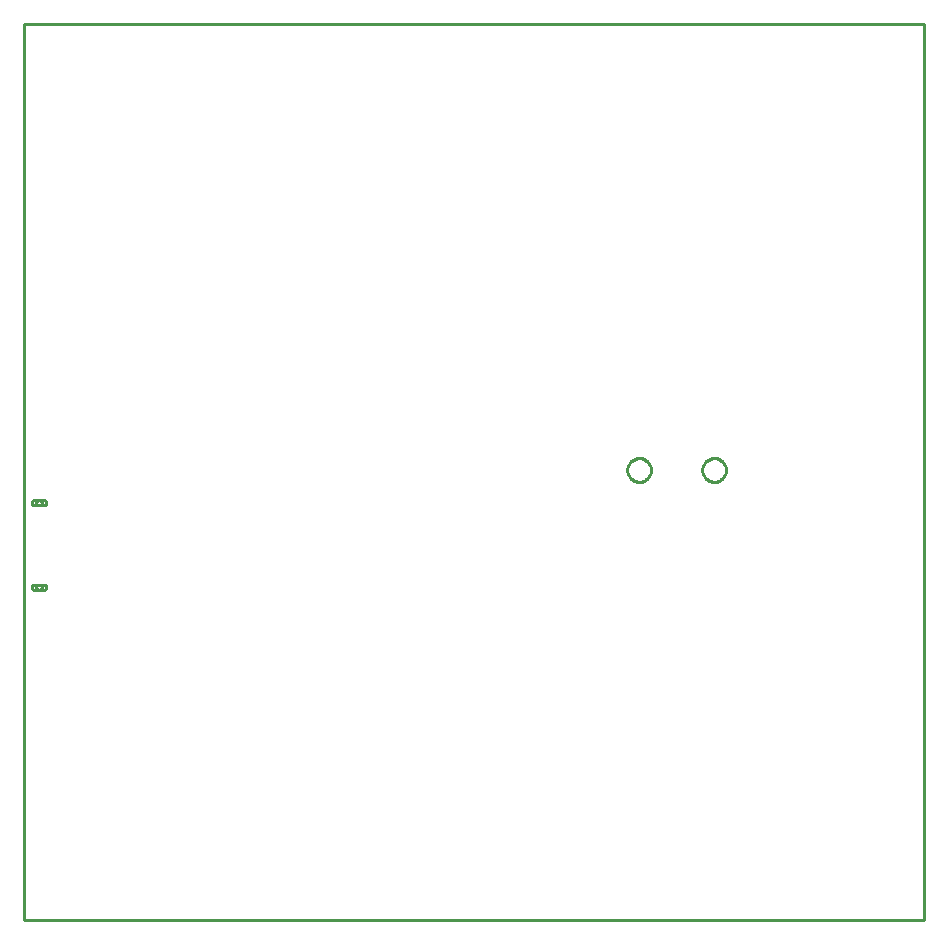
<source format=gbr>
G04 EAGLE Gerber RS-274X export*
G75*
%MOMM*%
%FSLAX34Y34*%
%LPD*%
%IN*%
%IPPOS*%
%AMOC8*
5,1,8,0,0,1.08239X$1,22.5*%
G01*
%ADD10C,0.254000*%


D10*
X0Y0D02*
X761800Y0D01*
X761800Y758700D01*
X0Y758700D01*
X0Y0D01*
X6450Y281750D02*
X6459Y281554D01*
X6484Y281359D01*
X6527Y281168D01*
X6586Y280980D01*
X6661Y280799D01*
X6751Y280625D01*
X6857Y280459D01*
X6976Y280304D01*
X7109Y280159D01*
X7254Y280026D01*
X7409Y279907D01*
X7575Y279801D01*
X7749Y279711D01*
X7930Y279636D01*
X8118Y279577D01*
X8309Y279534D01*
X8504Y279509D01*
X8700Y279500D01*
X16700Y279500D01*
X16896Y279509D01*
X17091Y279534D01*
X17282Y279577D01*
X17470Y279636D01*
X17651Y279711D01*
X17825Y279801D01*
X17991Y279907D01*
X18146Y280026D01*
X18291Y280159D01*
X18424Y280304D01*
X18543Y280459D01*
X18649Y280625D01*
X18739Y280799D01*
X18814Y280980D01*
X18873Y281168D01*
X18916Y281359D01*
X18941Y281554D01*
X18950Y281750D01*
X18941Y281946D01*
X18916Y282141D01*
X18873Y282332D01*
X18814Y282520D01*
X18739Y282701D01*
X18649Y282875D01*
X18543Y283041D01*
X18424Y283196D01*
X18291Y283341D01*
X18146Y283474D01*
X17991Y283593D01*
X17825Y283699D01*
X17651Y283789D01*
X17470Y283864D01*
X17282Y283923D01*
X17091Y283966D01*
X16896Y283991D01*
X16700Y284000D01*
X8700Y284000D01*
X8504Y283991D01*
X8309Y283966D01*
X8118Y283923D01*
X7930Y283864D01*
X7749Y283789D01*
X7575Y283699D01*
X7409Y283593D01*
X7254Y283474D01*
X7109Y283341D01*
X6976Y283196D01*
X6857Y283041D01*
X6751Y282875D01*
X6661Y282701D01*
X6586Y282520D01*
X6527Y282332D01*
X6484Y282141D01*
X6459Y281946D01*
X6450Y281750D01*
X6450Y353250D02*
X6459Y353054D01*
X6484Y352859D01*
X6527Y352668D01*
X6586Y352480D01*
X6661Y352299D01*
X6751Y352125D01*
X6857Y351959D01*
X6976Y351804D01*
X7109Y351659D01*
X7254Y351526D01*
X7409Y351407D01*
X7575Y351301D01*
X7749Y351211D01*
X7930Y351136D01*
X8118Y351077D01*
X8309Y351034D01*
X8504Y351009D01*
X8700Y351000D01*
X16700Y351000D01*
X16896Y351009D01*
X17091Y351034D01*
X17282Y351077D01*
X17470Y351136D01*
X17651Y351211D01*
X17825Y351301D01*
X17991Y351407D01*
X18146Y351526D01*
X18291Y351659D01*
X18424Y351804D01*
X18543Y351959D01*
X18649Y352125D01*
X18739Y352299D01*
X18814Y352480D01*
X18873Y352668D01*
X18916Y352859D01*
X18941Y353054D01*
X18950Y353250D01*
X18941Y353446D01*
X18916Y353641D01*
X18873Y353832D01*
X18814Y354020D01*
X18739Y354201D01*
X18649Y354375D01*
X18543Y354541D01*
X18424Y354696D01*
X18291Y354841D01*
X18146Y354974D01*
X17991Y355093D01*
X17825Y355199D01*
X17651Y355289D01*
X17470Y355364D01*
X17282Y355423D01*
X17091Y355466D01*
X16896Y355491D01*
X16700Y355500D01*
X8700Y355500D01*
X8504Y355491D01*
X8309Y355466D01*
X8118Y355423D01*
X7930Y355364D01*
X7749Y355289D01*
X7575Y355199D01*
X7409Y355093D01*
X7254Y354974D01*
X7109Y354841D01*
X6976Y354696D01*
X6857Y354541D01*
X6751Y354375D01*
X6661Y354201D01*
X6586Y354020D01*
X6527Y353832D01*
X6484Y353641D01*
X6459Y353446D01*
X6450Y353250D01*
X521137Y391000D02*
X522007Y390924D01*
X522866Y390772D01*
X523710Y390546D01*
X524530Y390248D01*
X525322Y389879D01*
X526078Y389442D01*
X526793Y388941D01*
X527462Y388380D01*
X528080Y387762D01*
X528641Y387093D01*
X529142Y386378D01*
X529579Y385622D01*
X529948Y384830D01*
X530246Y384010D01*
X530472Y383166D01*
X530624Y382307D01*
X530700Y381437D01*
X530700Y380563D01*
X530624Y379694D01*
X530472Y378834D01*
X530246Y377990D01*
X529948Y377170D01*
X529579Y376378D01*
X529142Y375622D01*
X528641Y374907D01*
X528080Y374238D01*
X527462Y373620D01*
X526793Y373059D01*
X526078Y372558D01*
X525322Y372121D01*
X524530Y371752D01*
X523710Y371454D01*
X522866Y371228D01*
X522007Y371076D01*
X521137Y371000D01*
X520263Y371000D01*
X519394Y371076D01*
X518534Y371228D01*
X517690Y371454D01*
X516870Y371752D01*
X516078Y372121D01*
X515322Y372558D01*
X514607Y373059D01*
X513938Y373620D01*
X513320Y374238D01*
X512759Y374907D01*
X512258Y375622D01*
X511821Y376378D01*
X511452Y377170D01*
X511154Y377990D01*
X510928Y378834D01*
X510776Y379694D01*
X510700Y380563D01*
X510700Y381437D01*
X510776Y382307D01*
X510928Y383166D01*
X511154Y384010D01*
X511452Y384830D01*
X511821Y385622D01*
X512258Y386378D01*
X512759Y387093D01*
X513320Y387762D01*
X513938Y388380D01*
X514607Y388941D01*
X515322Y389442D01*
X516078Y389879D01*
X516870Y390248D01*
X517690Y390546D01*
X518534Y390772D01*
X519394Y390924D01*
X520263Y391000D01*
X521137Y391000D01*
X583763Y371000D02*
X582894Y371076D01*
X582034Y371228D01*
X581190Y371454D01*
X580370Y371752D01*
X579578Y372121D01*
X578822Y372558D01*
X578107Y373059D01*
X577438Y373620D01*
X576820Y374238D01*
X576259Y374907D01*
X575758Y375622D01*
X575321Y376378D01*
X574952Y377170D01*
X574654Y377990D01*
X574428Y378834D01*
X574276Y379694D01*
X574200Y380563D01*
X574200Y381437D01*
X574276Y382307D01*
X574428Y383166D01*
X574654Y384010D01*
X574952Y384830D01*
X575321Y385622D01*
X575758Y386378D01*
X576259Y387093D01*
X576820Y387762D01*
X577438Y388380D01*
X578107Y388941D01*
X578822Y389442D01*
X579578Y389879D01*
X580370Y390248D01*
X581190Y390546D01*
X582034Y390772D01*
X582894Y390924D01*
X583763Y391000D01*
X584637Y391000D01*
X585507Y390924D01*
X586366Y390772D01*
X587210Y390546D01*
X588030Y390248D01*
X588822Y389879D01*
X589578Y389442D01*
X590293Y388941D01*
X590962Y388380D01*
X591580Y387762D01*
X592141Y387093D01*
X592642Y386378D01*
X593079Y385622D01*
X593448Y384830D01*
X593746Y384010D01*
X593972Y383166D01*
X594124Y382307D01*
X594200Y381437D01*
X594200Y380563D01*
X594124Y379694D01*
X593972Y378834D01*
X593746Y377990D01*
X593448Y377170D01*
X593079Y376378D01*
X592642Y375622D01*
X592141Y374907D01*
X591580Y374238D01*
X590962Y373620D01*
X590293Y373059D01*
X589578Y372558D01*
X588822Y372121D01*
X588030Y371752D01*
X587210Y371454D01*
X586366Y371228D01*
X585507Y371076D01*
X584637Y371000D01*
X583763Y371000D01*
X12523Y351000D02*
X12173Y351055D01*
X11836Y351165D01*
X11521Y351326D01*
X11234Y351534D01*
X10984Y351784D01*
X10776Y352071D01*
X10615Y352386D01*
X10505Y352723D01*
X10450Y353073D01*
X10450Y353427D01*
X10505Y353777D01*
X10615Y354114D01*
X10776Y354429D01*
X10984Y354716D01*
X11234Y354966D01*
X11521Y355174D01*
X11836Y355335D01*
X12173Y355445D01*
X12523Y355500D01*
X12877Y355500D01*
X13227Y355445D01*
X13564Y355335D01*
X13879Y355174D01*
X14166Y354966D01*
X14416Y354716D01*
X14624Y354429D01*
X14785Y354114D01*
X14895Y353777D01*
X14950Y353427D01*
X14950Y353073D01*
X14895Y352723D01*
X14785Y352386D01*
X14624Y352071D01*
X14416Y351784D01*
X14166Y351534D01*
X13879Y351326D01*
X13564Y351165D01*
X13227Y351055D01*
X12877Y351000D01*
X12523Y351000D01*
X12523Y279500D02*
X12173Y279555D01*
X11836Y279665D01*
X11521Y279826D01*
X11234Y280034D01*
X10984Y280284D01*
X10776Y280571D01*
X10615Y280886D01*
X10505Y281223D01*
X10450Y281573D01*
X10450Y281927D01*
X10505Y282277D01*
X10615Y282614D01*
X10776Y282929D01*
X10984Y283216D01*
X11234Y283466D01*
X11521Y283674D01*
X11836Y283835D01*
X12173Y283945D01*
X12523Y284000D01*
X12877Y284000D01*
X13227Y283945D01*
X13564Y283835D01*
X13879Y283674D01*
X14166Y283466D01*
X14416Y283216D01*
X14624Y282929D01*
X14785Y282614D01*
X14895Y282277D01*
X14950Y281927D01*
X14950Y281573D01*
X14895Y281223D01*
X14785Y280886D01*
X14624Y280571D01*
X14416Y280284D01*
X14166Y280034D01*
X13879Y279826D01*
X13564Y279665D01*
X13227Y279555D01*
X12877Y279500D01*
X12523Y279500D01*
M02*

</source>
